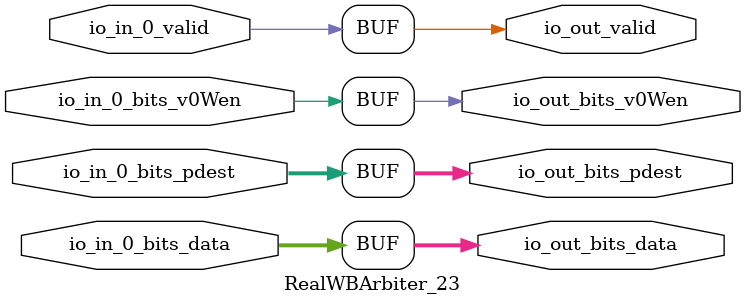
<source format=sv>
`ifndef RANDOMIZE
  `ifdef RANDOMIZE_MEM_INIT
    `define RANDOMIZE
  `endif // RANDOMIZE_MEM_INIT
`endif // not def RANDOMIZE
`ifndef RANDOMIZE
  `ifdef RANDOMIZE_REG_INIT
    `define RANDOMIZE
  `endif // RANDOMIZE_REG_INIT
`endif // not def RANDOMIZE

`ifndef RANDOM
  `define RANDOM $random
`endif // not def RANDOM

// Users can define INIT_RANDOM as general code that gets injected into the
// initializer block for modules with registers.
`ifndef INIT_RANDOM
  `define INIT_RANDOM
`endif // not def INIT_RANDOM

// If using random initialization, you can also define RANDOMIZE_DELAY to
// customize the delay used, otherwise 0.002 is used.
`ifndef RANDOMIZE_DELAY
  `define RANDOMIZE_DELAY 0.002
`endif // not def RANDOMIZE_DELAY

// Define INIT_RANDOM_PROLOG_ for use in our modules below.
`ifndef INIT_RANDOM_PROLOG_
  `ifdef RANDOMIZE
    `ifdef VERILATOR
      `define INIT_RANDOM_PROLOG_ `INIT_RANDOM
    `else  // VERILATOR
      `define INIT_RANDOM_PROLOG_ `INIT_RANDOM #`RANDOMIZE_DELAY begin end
    `endif // VERILATOR
  `else  // RANDOMIZE
    `define INIT_RANDOM_PROLOG_
  `endif // RANDOMIZE
`endif // not def INIT_RANDOM_PROLOG_

// Include register initializers in init blocks unless synthesis is set
`ifndef SYNTHESIS
  `ifndef ENABLE_INITIAL_REG_
    `define ENABLE_INITIAL_REG_
  `endif // not def ENABLE_INITIAL_REG_
`endif // not def SYNTHESIS

// Include rmemory initializers in init blocks unless synthesis is set
`ifndef SYNTHESIS
  `ifndef ENABLE_INITIAL_MEM_
    `define ENABLE_INITIAL_MEM_
  `endif // not def ENABLE_INITIAL_MEM_
`endif // not def SYNTHESIS

module RealWBArbiter_23(
  input          io_in_0_valid,
  input          io_in_0_bits_v0Wen,
  input  [4:0]   io_in_0_bits_pdest,
  input  [127:0] io_in_0_bits_data,
  output         io_out_valid,
  output         io_out_bits_v0Wen,
  output [4:0]   io_out_bits_pdest,
  output [127:0] io_out_bits_data
);

  assign io_out_valid = io_in_0_valid;
  assign io_out_bits_v0Wen = io_in_0_bits_v0Wen;
  assign io_out_bits_pdest = io_in_0_bits_pdest;
  assign io_out_bits_data = io_in_0_bits_data;
endmodule


</source>
